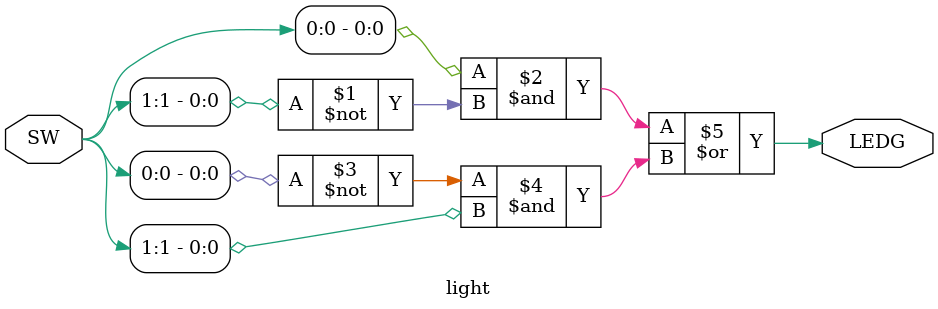
<source format=v>
module light(SW, LEDG);
	input		[1:0]SW;
	output	[0:0]LEDG;
	
	assign LEDG[0] = (SW[0] & ~SW[1])|(~SW[0] & SW[1]);
endmodule
	
</source>
